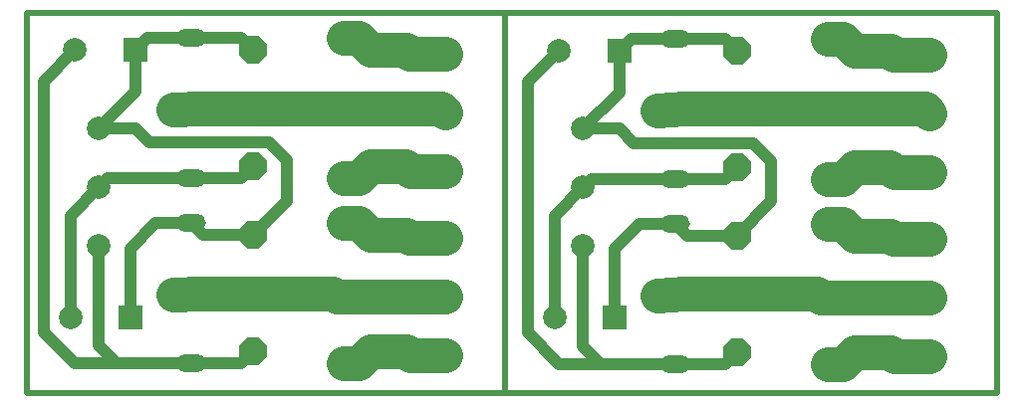
<source format=gbl>
%FSTAX23Y23*%
%MOIN*%
%SFA1B1*%

%IPPOS*%
%AMD16*
4,1,8,0.045300,0.018700,0.018700,0.045300,-0.018700,0.045300,-0.045300,0.018700,-0.045300,-0.018700,-0.018700,-0.045300,0.018700,-0.045300,0.045300,-0.018700,0.045300,0.018700,0.0*
%
%ADD10C,0.019685*%
%ADD11C,0.039370*%
%ADD12C,0.118110*%
%ADD13C,0.078740*%
%ADD14O,0.098425X0.060000*%
%ADD15C,0.090551*%
G04~CAMADD=16~4~0.0~0.0~905.7~905.7~0.0~265.3~0~0.0~0.0~0.0~0.0~0~0.0~0.0~0.0~0.0~0~0.0~0.0~0.0~315.0~905.7~905.7*
%ADD16D16*%
%ADD17R,0.078740X0.078740*%
%LNdual_channel_common_vcc_pcb_x2-1*%
%LPD*%
G54D10*
X016Y0001D02*
Y01275D01*
X0Y0D02*
Y01275D01*
Y0D02*
X03245D01*
Y01275*
X0D02*
X03245D01*
X02643Y00334D02*
X02655Y00322D01*
X02888Y00139D02*
X02901Y00125D01*
X02888Y01148D02*
X029Y01135D01*
X01268Y0115D02*
X0128Y01137D01*
X01268Y0014D02*
X01281Y00127D01*
X01023Y00335D02*
X01035Y00324D01*
G54D11*
X02021Y01189D02*
X02169D01*
X01889Y00719D02*
X02169D01*
X0243Y00839D02*
X0249Y00779D01*
X0203Y00839D02*
X0243D01*
X01982Y00887D02*
X0203Y00839D01*
X02209Y00528D02*
X02375D01*
X02169Y00569D02*
X02209Y00528D01*
X0178Y00099D02*
X0192D01*
X01675Y00204D02*
X0178Y00099D01*
X01675Y00204D02*
Y01044D01*
X0178Y01149*
X0205Y00569D02*
X02169D01*
X01965Y00484D02*
X0205Y00569D01*
X01965Y00254D02*
Y00484D01*
X02375Y00528D02*
X0249Y00643D01*
Y00779*
X0186Y00887D02*
X01982D01*
X0186D02*
X01981Y01008D01*
Y01149*
X02021Y01189*
X02169D02*
X02335D01*
X02375Y01148*
X02169Y00099D02*
X02335D01*
X02375Y00139*
X01765Y00254D02*
Y00595D01*
X0186Y0069*
X01889Y00719*
X02169D02*
X02335D01*
X02375Y00759*
X0186Y00159D02*
Y00494D01*
Y00159D02*
X0192Y00099D01*
X02169*
X003Y001D02*
X00549D01*
X0024Y0016D02*
X003Y001D01*
X0024Y0016D02*
Y00495D01*
X00715Y0072D02*
X00755Y0076D01*
X00549Y0072D02*
X00715D01*
X0024Y00692D02*
X00269Y0072D01*
X00145Y00596D02*
X0024Y00692D01*
X00145Y00255D02*
Y00596D01*
X00715Y001D02*
X00755Y0014D01*
X00549Y001D02*
X00715D01*
X00715Y0119D02*
X00755Y0115D01*
X00549Y0119D02*
X00715D01*
X00361Y0115D02*
X00401Y0119D01*
X00361Y0101D02*
Y0115D01*
X0024Y00889D02*
X00361Y0101D01*
X0024Y00889D02*
X00362D01*
X0087Y00645D02*
Y0078D01*
X00755Y0053D02*
X0087Y00645D01*
X00345Y00255D02*
Y00485D01*
X0043Y0057*
X00549*
X00055Y01045D02*
X0016Y0115D01*
X00055Y00205D02*
Y01045D01*
Y00205D02*
X0016Y001D01*
X003*
X00549Y0057D02*
X00589Y0053D01*
X00755*
X00362Y00889D02*
X0041Y0084D01*
X0081*
X0087Y0078*
X00269Y0072D02*
X00549D01*
X00401Y0119D02*
X00549D01*
G54D12*
X02199Y00954D02*
X02279D01*
X03006*
X0302Y00939*
X02199Y00334D02*
X02279D01*
X0211Y00329D02*
X02199Y00334D01*
X0268Y00569D02*
X02729D01*
X02769Y00528*
X0268Y00099D02*
X02729D01*
X02769Y00139*
X0211Y00949D02*
X02199Y00954D01*
X0268Y01189D02*
X02729D01*
X02769Y01148*
X0268Y00719D02*
X02729D01*
X02769Y00759*
X02655Y00322D02*
X0302D01*
X02279Y00334D02*
X02643D01*
X02899Y00519D02*
X0302D01*
X0289Y00528D02*
X02899Y00519D01*
X02769Y00528D02*
X0289D01*
X02901Y00125D02*
X0302D01*
X02769Y00139D02*
X02888D01*
X029Y01135D02*
X0302D01*
X02769Y01148D02*
X02888D01*
X02902Y00742D02*
X0302D01*
X02885Y00759D02*
X02902Y00742D01*
X02769Y00759D02*
X02885D01*
X01149Y0076D02*
X01265D01*
X01282Y00744*
X014*
X01149Y0115D02*
X01268D01*
X0128Y01137D02*
X014D01*
X01149Y0014D02*
X01268D01*
X01281Y00127D02*
X014D01*
X01149Y0053D02*
X0127D01*
X01279Y0052*
X014*
X00659Y00335D02*
X01023D01*
X01035Y00324D02*
X014D01*
X01109Y0072D02*
X01149Y0076D01*
X0106Y0072D02*
X01109D01*
X01109Y0119D02*
X01149Y0115D01*
X0106Y0119D02*
X01109D01*
X0049Y0095D02*
X00579Y00955D01*
X01109Y001D02*
X01149Y0014D01*
X0106Y001D02*
X01109D01*
X01109Y0057D02*
X01149Y0053D01*
X0106Y0057D02*
X01109D01*
X0049Y0033D02*
X00579Y00335D01*
X00659*
X01386Y00955D02*
X014Y0094D01*
X00659Y00955D02*
X01386D01*
X00579D02*
X00659D01*
G54D13*
X0302Y01135D03*
Y00742D03*
Y00939D03*
Y00519D03*
Y00125D03*
Y00322D03*
X0186Y00494D03*
Y00887D03*
Y0069D03*
X01765Y00254D03*
X0178Y01149D03*
X00145Y00255D03*
X0024Y00495D03*
Y00889D03*
Y00692D03*
X0016Y0115D03*
X014Y01137D03*
Y00744D03*
Y0094D03*
Y0052D03*
Y00127D03*
Y00324D03*
G54D14*
X02169Y00719D03*
Y01189D03*
X0268D03*
X0211Y00949D03*
X0268Y00719D03*
X02169Y00099D03*
Y00569D03*
X0268D03*
X0211Y00329D03*
X0268Y00099D03*
X00549Y0072D03*
Y0119D03*
X0106D03*
X0049Y0095D03*
X0106Y0072D03*
X00549Y001D03*
Y0057D03*
X0106D03*
X0049Y0033D03*
X0106Y001D03*
G54D15*
X02279Y00954D03*
X02769Y00759D03*
Y01148D03*
X02279Y00334D03*
X02769Y00139D03*
Y00528D03*
X00659Y00955D03*
X01149Y0076D03*
Y0115D03*
X00659Y00335D03*
X01149Y0014D03*
Y0053D03*
G54D16*
X02375Y00759D03*
Y01148D03*
Y00139D03*
Y00528D03*
X00755Y0076D03*
Y0115D03*
Y0014D03*
Y0053D03*
G54D17*
X01965Y00254D03*
X01981Y01149D03*
X00345Y00255D03*
X00361Y0115D03*
M02*
</source>
